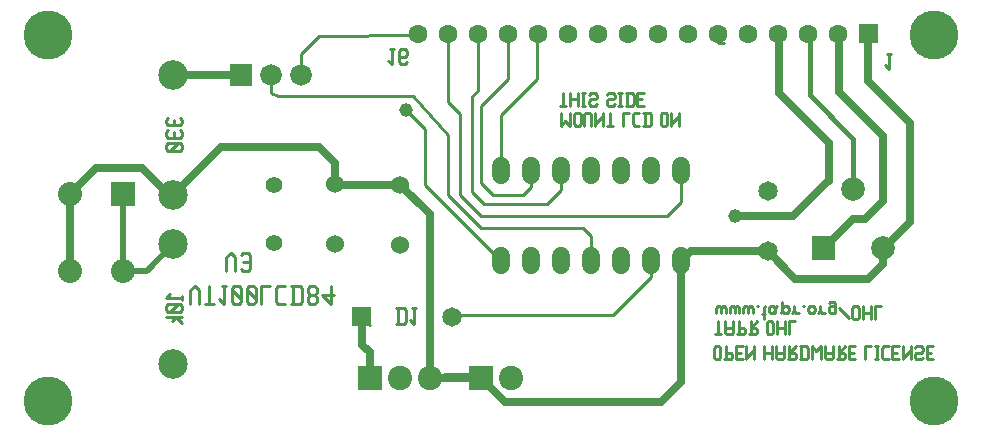
<source format=gbr>
G04 start of page 3 for group 1 idx 1 *
G04 Title: vt100lcd84, solder *
G04 Creator: pcb 20091103 *
G04 CreationDate: Tue 01 May 2012 10:21:43 PM GMT UTC *
G04 For: ecomer *
G04 Format: Gerber/RS-274X *
G04 PCB-Dimensions: 334646 161417 *
G04 PCB-Coordinate-Origin: lower left *
%MOIN*%
%FSLAX25Y25*%
%LNBACK*%
%ADD11C,0.0250*%
%ADD12C,0.0100*%
%ADD13C,0.0150*%
%ADD14C,0.0200*%
%ADD15C,0.0810*%
%ADD16C,0.0600*%
%ADD17C,0.0550*%
%ADD18C,0.1630*%
%ADD19C,0.0800*%
%ADD20C,0.0984*%
%ADD21C,0.0630*%
%ADD22C,0.0720*%
%ADD23C,0.0650*%
%ADD24C,0.0787*%
%ADD25C,0.0460*%
%ADD28C,0.0350*%
%ADD29C,0.0290*%
%ADD30C,0.0960*%
%ADD31C,0.0394*%
%ADD32C,0.0420*%
%ADD33C,0.0417*%
G54D11*X298000Y70771D02*X297977D01*
Y65394D01*
X293000Y60417D01*
X297977Y70771D02*X298000D01*
X297977D02*Y70794D01*
X298000Y70771D01*
X293000Y60417D02*X268870D01*
X298000Y70771D02*X298354D01*
X307000Y79417D01*
X292000Y80417D02*X287937D01*
X278291Y70771D01*
X259685Y69602D02*X244000D01*
G54D12*X230787Y96412D02*Y94912D01*
Y86204D02*X226000Y81417D01*
G54D11*X244000Y69602D02*X233977D01*
G54D12*X230787Y94912D02*Y86204D01*
G54D11*X248900Y81517D02*X268200D01*
X268870Y60417D02*X259685Y69602D01*
X259870Y89417D02*X259685Y89602D01*
X298110Y108110D02*X283386Y122834D01*
X307165Y112441D02*X293228Y126378D01*
G54D13*X288134Y107220D02*X273622Y121732D01*
G54D11*X298110Y86378D02*Y108110D01*
X298000Y86417D02*X292000Y80417D01*
G54D13*X288134Y90457D02*Y107220D01*
G54D11*X307165Y79448D02*Y112441D01*
X268200Y81517D02*X280000Y93317D01*
X280200Y93217D02*Y105717D01*
X263400Y122517D01*
X283386Y122834D02*Y141732D01*
G54D13*X273622Y121732D02*Y141969D01*
G54D11*X283110Y142126D02*Y140811D01*
X282645D01*
X292645Y141811D02*X293645Y142811D01*
X293110Y142126D02*Y142811D01*
X293645D01*
X293228Y141969D02*X293150Y142047D01*
G54D12*X272645Y139811D02*X273645Y140811D01*
X273622Y141969D02*X273150Y142441D01*
X273110Y142126D02*Y140811D01*
X273645D01*
X273300Y141936D02*X273110Y142126D01*
G54D11*X293228Y126378D02*Y141969D01*
X263400Y141836D02*X263110Y142126D01*
X263400Y122517D02*Y141836D01*
G54D12*X243110Y138978D02*Y138977D01*
Y138978D02*Y138977D01*
Y142126D02*Y138978D01*
Y142126D02*Y138978D01*
Y142126D02*Y138978D01*
Y142126D02*Y138978D01*
X244933D02*X243110D01*
X244933D01*
G54D11*X253110Y142126D02*Y140811D01*
X253645D01*
G54D14*X44692Y63032D02*X52615D01*
X61500Y71917D01*
X44692Y88622D02*Y63032D01*
G54D11*X61500Y88417D02*X60000D01*
X26976Y88622D02*Y63032D01*
X115478Y98939D02*X110000Y104417D01*
X77500D01*
X61500Y88417D01*
X60000D02*X51000Y97417D01*
X35771D01*
X26976Y88622D01*
G54D12*X153000Y108417D02*X141400Y121317D01*
X145300Y107917D02*Y108017D01*
Y110517D01*
Y107917D02*Y108017D01*
X153110Y119307D02*X157000Y115417D01*
X145300Y91717D02*Y107917D01*
X163110Y123327D02*X161000Y121217D01*
X141400Y121317D02*X96400D01*
X94000Y122417D01*
Y128417D01*
G54D11*X61500D02*X84000D01*
X164500Y27917D02*X147500Y27417D01*
X164000D02*X147500D01*
X164000D02*Y27917D01*
X164500D01*
X124500Y47637D02*X124280Y47857D01*
G54D12*X127000Y45137D02*X124280Y47857D01*
G54D11*X147000Y27417D02*Y27917D01*
X147500Y27417D01*
X147000D01*
Y27917D01*
X124500Y38517D02*Y47637D01*
X127000Y36017D02*X124500Y38517D01*
X127000Y27417D02*Y36017D01*
X233977Y69602D02*X230787Y66412D01*
Y64912D01*
G54D12*X220787Y66412D02*Y64912D01*
Y61204D02*X208000Y48417D01*
X220787Y64912D02*Y61204D01*
G54D11*X230787Y26204D02*X224000Y19417D01*
X172000D01*
X164000Y27417D01*
G54D12*X208000Y48417D02*X154840D01*
X154280Y47857D01*
G54D11*X147000Y27917D02*Y81968D01*
G54D12*X170787Y66412D02*X145300Y91717D01*
X170787Y66412D02*X170605Y64912D01*
X170787D01*
X226000Y81417D02*X164000D01*
X200787Y66412D02*Y67912D01*
Y74630D02*X198000Y77417D01*
X164000D01*
X200787Y67912D02*Y74630D01*
G54D11*X230787Y64912D02*Y26204D01*
X115766Y91838D02*X115478Y92126D01*
Y98939D01*
X147000Y81968D02*X137130Y91838D01*
X115766D01*
G54D12*X164000Y77417D02*X153000Y88417D01*
X104000Y128417D02*Y135417D01*
X110000Y141417D01*
X143110Y141811D01*
X145300Y110517D02*X139000Y116817D01*
X143110Y142126D02*Y141811D01*
X190787Y96412D02*Y94912D01*
Y90204D02*X186000Y85417D01*
X180787Y94912D02*Y91204D01*
X190787Y94912D02*Y90204D01*
X180787Y96412D02*Y94912D01*
X186000Y85417D02*X165000D01*
X161000Y89417D01*
X178000Y88417D02*X168000D01*
X180787Y91204D02*X178000Y88417D01*
X168000D02*X164000Y92417D01*
X170787Y96412D02*Y97912D01*
X164000Y81417D02*X157000Y88417D01*
Y115417D01*
X161000Y89417D02*Y121417D01*
X153000Y88417D02*Y108417D01*
X164000Y92417D02*Y118117D01*
X182600Y141616D02*X183110Y142126D01*
X183645Y140811D02*X182645Y141811D01*
X183110Y142126D02*Y141811D01*
X182645D01*
X173110Y142126D02*Y141811D01*
X164000Y118117D02*X173100Y127217D01*
Y142116D01*
X173110Y142126D01*
X170787Y96412D02*Y115204D01*
X173110Y141811D02*X173645D01*
X170787Y115204D02*X182600Y127017D01*
Y141616D01*
X163110Y142126D02*Y123327D01*
Y142126D02*Y141811D01*
X163645D01*
X153110Y142126D02*Y141811D01*
X153645D01*
X153110Y142126D02*Y119307D01*
X59765Y114217D02*X59110Y113562D01*
Y112252D02*Y113562D01*
Y112252D02*X59765Y111597D01*
X63695D01*
X64350Y112252D02*X63695Y111597D01*
X64350Y112252D02*Y113562D01*
X63695Y114217D02*X64350Y113562D01*
X61730Y111597D02*Y113562D01*
X59765Y110024D02*X59110Y109369D01*
Y108059D02*Y109369D01*
Y108059D02*X59765Y107404D01*
X63695D01*
X64350Y108059D02*X63695Y107404D01*
X64350Y108059D02*Y109369D01*
X63695Y110024D02*X64350Y109369D01*
X61730Y107404D02*Y109369D01*
X63695Y105831D02*X64350Y105176D01*
X59765Y105831D02*X63695D01*
X59765D02*X59110Y105176D01*
Y103866D02*Y105176D01*
Y103866D02*X59765Y103211D01*
X63695D01*
X64350Y103866D02*X63695Y103211D01*
X64350Y103866D02*Y105176D01*
X63040Y105831D02*X60420Y103211D01*
X64350Y53552D02*Y54862D01*
X59110Y54207D02*X64350D01*
X60420Y55517D02*X59110Y54207D01*
X63695Y51979D02*X64350Y51324D01*
X59765Y51979D02*X63695D01*
X59765D02*X59110Y51324D01*
Y50014D02*Y51324D01*
Y50014D02*X59765Y49359D01*
X63695D01*
X64350Y50014D02*X63695Y49359D01*
X64350Y50014D02*Y51324D01*
X63040Y51979D02*X60420Y49359D01*
X59110Y47786D02*X64350D01*
X62385D02*X64350Y45821D01*
X62385Y47786D02*X61075Y46476D01*
X136355Y45427D02*Y50667D01*
X138320Y45427D02*X138975Y46082D01*
Y50012D01*
X138320Y50667D02*X138975Y50012D01*
X135700Y50667D02*X138320D01*
X135700Y45427D02*X138320D01*
X141203Y50667D02*X142513D01*
X141858Y45427D02*Y50667D01*
X140548Y46737D02*X141858Y45427D01*
X67087Y52080D02*Y56670D01*
X68617Y58200D01*
X70147Y56670D01*
Y52080D02*Y56670D01*
X71984Y52080D02*X75044D01*
X73514D02*Y58200D01*
X77647D02*X79177D01*
X78412Y52080D02*Y58200D01*
X76882Y53610D02*X78412Y52080D01*
X81014Y57435D02*X81779Y58200D01*
X81014Y52845D02*Y57435D01*
Y52845D02*X81779Y52080D01*
X83309D01*
X84074Y52845D01*
Y57435D01*
X83309Y58200D02*X84074Y57435D01*
X81779Y58200D02*X83309D01*
X81014Y56670D02*X84074Y53610D01*
X85912Y57435D02*X86677Y58200D01*
X85912Y52845D02*Y57435D01*
Y52845D02*X86677Y52080D01*
X88207D01*
X88972Y52845D01*
Y57435D01*
X88207Y58200D02*X88972Y57435D01*
X86677Y58200D02*X88207D01*
X85912Y56670D02*X88972Y53610D01*
X90809Y52080D02*Y58200D01*
X93869D01*
X96472D02*X98767D01*
X95707Y57435D02*X96472Y58200D01*
X95707Y52845D02*Y57435D01*
Y52845D02*X96472Y52080D01*
X98767D01*
X101369D02*Y58200D01*
X103664Y52080D02*X104429Y52845D01*
Y57435D01*
X103664Y58200D02*X104429Y57435D01*
X100604Y58200D02*X103664D01*
X100604Y52080D02*X103664D01*
X106267Y57435D02*X107032Y58200D01*
X106267Y55905D02*Y57435D01*
Y55905D02*X107032Y55140D01*
X108562D01*
X109327Y55905D01*
Y57435D01*
X108562Y58200D02*X109327Y57435D01*
X107032Y58200D02*X108562D01*
X106267Y54375D02*X107032Y55140D01*
X106267Y52845D02*Y54375D01*
Y52845D02*X107032Y52080D01*
X108562D01*
X109327Y52845D01*
Y54375D01*
X108562Y55140D02*X109327Y54375D01*
X111164Y55140D02*X114224Y52080D01*
X111164Y55140D02*X114989D01*
X114224Y52080D02*Y58200D01*
X79056Y63105D02*Y67695D01*
X80586Y69225D01*
X82116Y67695D01*
Y63105D02*Y67695D01*
X83953Y63870D02*X84718Y63105D01*
X86248D01*
X87013Y63870D01*
Y68460D01*
X86248Y69225D02*X87013Y68460D01*
X84718Y69225D02*X86248D01*
X83953Y68460D02*X84718Y69225D01*
Y66165D02*X87013D01*
X133755Y137167D02*X135065D01*
X134410Y131927D02*Y137167D01*
X133100Y133237D02*X134410Y131927D01*
X138603D02*X139258Y132582D01*
X137293Y131927D02*X138603D01*
X136638Y132582D02*X137293Y131927D01*
X136638Y132582D02*Y136512D01*
X137293Y137167D01*
X138603Y134547D02*X139258Y135202D01*
X136638Y134547D02*X138603D01*
X137293Y137167D02*X138603D01*
X139258Y136512D01*
Y135202D02*Y136512D01*
X299555Y135567D02*X300865D01*
X300210Y130327D02*Y135567D01*
X298900Y131637D02*X300210Y130327D01*
X190630Y111542D02*Y115822D01*
Y111542D02*X192235Y113147D01*
X193840Y111542D01*
Y115822D01*
X195125Y112077D02*Y115287D01*
Y112077D02*X195660Y111542D01*
X196730D01*
X197265Y112077D01*
Y115287D01*
X196730Y115822D02*X197265Y115287D01*
X195660Y115822D02*X196730D01*
X195125Y115287D02*X195660Y115822D01*
X198550Y111542D02*Y115287D01*
X199085Y115822D01*
X200155D01*
X200690Y115287D01*
Y111542D02*Y115287D01*
X201975Y111542D02*Y115822D01*
Y111542D02*Y112077D01*
X204650Y114752D01*
Y111542D02*Y115822D01*
X205935Y111542D02*X208075D01*
X207005D02*Y115822D01*
X211286Y111542D02*Y115822D01*
X213426D01*
X215246D02*X216851D01*
X214711Y115287D02*X215246Y115822D01*
X214711Y112077D02*Y115287D01*
Y112077D02*X215246Y111542D01*
X216851D01*
X218671D02*Y115822D01*
X220276Y111542D02*X220811Y112077D01*
Y115287D01*
X220276Y115822D02*X220811Y115287D01*
X218136Y115822D02*X220276D01*
X218136Y111542D02*X220276D01*
X224022Y112077D02*Y115287D01*
Y112077D02*X224557Y111542D01*
X225627D01*
X226162Y112077D01*
Y115287D01*
X225627Y115822D02*X226162Y115287D01*
X224557Y115822D02*X225627D01*
X224022Y115287D02*X224557Y115822D01*
X227447Y111542D02*Y115822D01*
Y111542D02*Y112077D01*
X230122Y114752D01*
Y111542D02*Y115822D01*
X190314Y118155D02*X192454D01*
X191384D02*Y122435D01*
X193739Y118155D02*Y122435D01*
X196414Y118155D02*Y122435D01*
X193739Y120295D02*X196414D01*
X197699Y118155D02*X198769D01*
X198234D02*Y122435D01*
X197699D02*X198769D01*
X202194Y118155D02*X202729Y118690D01*
X200589Y118155D02*X202194D01*
X200054Y118690D02*X200589Y118155D01*
X200054Y118690D02*Y119760D01*
X200589Y120295D01*
X202194D01*
X202729Y120830D01*
Y121900D01*
X202194Y122435D02*X202729Y121900D01*
X200589Y122435D02*X202194D01*
X200054Y121900D02*X200589Y122435D01*
X208080Y118155D02*X208615Y118690D01*
X206475Y118155D02*X208080D01*
X205940Y118690D02*X206475Y118155D01*
X205940Y118690D02*Y119760D01*
X206475Y120295D01*
X208080D01*
X208615Y120830D01*
Y121900D01*
X208080Y122435D02*X208615Y121900D01*
X206475Y122435D02*X208080D01*
X205940Y121900D02*X206475Y122435D01*
X209900Y118155D02*X210970D01*
X210435D02*Y122435D01*
X209900D02*X210970D01*
X212790Y118155D02*Y122435D01*
X214395Y118155D02*X214930Y118690D01*
Y121900D01*
X214395Y122435D02*X214930Y121900D01*
X212255Y122435D02*X214395D01*
X212255Y118155D02*X214395D01*
X216215Y120295D02*X217820D01*
X216215Y122435D02*X218355D01*
X216215Y118155D02*Y122435D01*
Y118155D02*X218355D01*
X242047Y42014D02*X244187D01*
X243117D02*Y46294D01*
X245472Y42549D02*Y46294D01*
Y42549D02*X246007Y42014D01*
X247612D01*
X248147Y42549D01*
Y46294D01*
X245472Y44154D02*X248147D01*
X249967Y42014D02*Y46294D01*
X249432Y42014D02*X251572D01*
X252107Y42549D01*
Y43619D01*
X251572Y44154D02*X252107Y43619D01*
X249967Y44154D02*X251572D01*
X253392Y42014D02*X255532D01*
X256067Y42549D01*
Y43619D01*
X255532Y44154D02*X256067Y43619D01*
X253927Y44154D02*X255532D01*
X253927Y42014D02*Y46294D01*
Y44154D02*X256067Y46294D01*
X259278Y42549D02*Y45759D01*
Y42549D02*X259813Y42014D01*
X260883D01*
X261418Y42549D01*
Y45759D01*
X260883Y46294D02*X261418Y45759D01*
X259813Y46294D02*X260883D01*
X259278Y45759D02*X259813Y46294D01*
X262703Y42014D02*Y46294D01*
X265378Y42014D02*Y46294D01*
X262703Y44154D02*X265378D01*
X266663Y42014D02*Y46294D01*
X268803D01*
X242518Y49116D02*Y50721D01*
X243053Y51256D01*
X243588D01*
X244123Y50721D01*
Y49116D02*Y50721D01*
X244658Y51256D01*
X245193D01*
X245728Y50721D01*
Y49116D02*Y50721D01*
X247013Y49116D02*Y50721D01*
X247548Y51256D01*
X248083D01*
X248618Y50721D01*
Y49116D02*Y50721D01*
X249153Y51256D01*
X249688D01*
X250223Y50721D01*
Y49116D02*Y50721D01*
X251508Y49116D02*Y50721D01*
X252043Y51256D01*
X252578D01*
X253113Y50721D01*
Y49116D02*Y50721D01*
X253648Y51256D01*
X254183D01*
X254718Y50721D01*
Y49116D02*Y50721D01*
X256003Y51256D02*X256538D01*
X258358Y46976D02*Y50721D01*
X258893Y51256D01*
X257823Y48581D02*X258893D01*
X261569Y49116D02*X262104Y49651D01*
X260499Y49116D02*X261569D01*
X259964Y49651D02*X260499Y49116D01*
X259964Y49651D02*Y50721D01*
X260499Y51256D01*
X262104Y49116D02*Y50721D01*
X262639Y51256D01*
X260499D02*X261569D01*
X262104Y50721D01*
X264459Y49651D02*Y52861D01*
X263924Y49116D02*X264459Y49651D01*
X264994Y49116D01*
X266064D01*
X266599Y49651D01*
Y50721D01*
X266064Y51256D02*X266599Y50721D01*
X264994Y51256D02*X266064D01*
X264459Y50721D02*X264994Y51256D01*
X268419Y49651D02*Y51256D01*
Y49651D02*X268954Y49116D01*
X270024D01*
X267884D02*X268419Y49651D01*
X271309Y51256D02*X271844D01*
X273129Y49651D02*Y50721D01*
Y49651D02*X273664Y49116D01*
X274734D01*
X275269Y49651D01*
Y50721D01*
X274734Y51256D02*X275269Y50721D01*
X273664Y51256D02*X274734D01*
X273129Y50721D02*X273664Y51256D01*
X277089Y49651D02*Y51256D01*
Y49651D02*X277624Y49116D01*
X278694D01*
X276554D02*X277089Y49651D01*
X281584Y49116D02*X282119Y49651D01*
X280514Y49116D02*X281584D01*
X279979Y49651D02*X280514Y49116D01*
X279979Y49651D02*Y50721D01*
X280514Y51256D01*
X281584D01*
X282119Y50721D01*
X279979Y52326D02*X280514Y52861D01*
X281584D01*
X282119Y52326D01*
Y49116D02*Y52326D01*
X283404Y50721D02*X286614Y47511D01*
X287899D02*Y50721D01*
Y47511D02*X288434Y46976D01*
X289504D01*
X290039Y47511D01*
Y50721D01*
X289504Y51256D02*X290039Y50721D01*
X288434Y51256D02*X289504D01*
X287899Y50721D02*X288434Y51256D01*
X291324Y46976D02*Y51256D01*
X293999Y46976D02*Y51256D01*
X291324Y49116D02*X293999D01*
X295285Y46976D02*Y51256D01*
X297425D01*
X241732Y34203D02*Y37413D01*
Y34203D02*X242267Y33668D01*
X243337D01*
X243872Y34203D01*
Y37413D01*
X243337Y37948D02*X243872Y37413D01*
X242267Y37948D02*X243337D01*
X241732Y37413D02*X242267Y37948D01*
X245692Y33668D02*Y37948D01*
X245157Y33668D02*X247297D01*
X247832Y34203D01*
Y35273D01*
X247297Y35808D02*X247832Y35273D01*
X245692Y35808D02*X247297D01*
X249117D02*X250722D01*
X249117Y37948D02*X251257D01*
X249117Y33668D02*Y37948D01*
Y33668D02*X251257D01*
X252542D02*Y37948D01*
Y33668D02*Y34203D01*
X255217Y36878D01*
Y33668D02*Y37948D01*
X258428Y33668D02*Y37948D01*
X261103Y33668D02*Y37948D01*
X258428Y35808D02*X261103D01*
X262388Y34203D02*Y37948D01*
Y34203D02*X262923Y33668D01*
X264528D01*
X265063Y34203D01*
Y37948D01*
X262388Y35808D02*X265063D01*
X266348Y33668D02*X268488D01*
X269023Y34203D01*
Y35273D01*
X268488Y35808D02*X269023Y35273D01*
X266883Y35808D02*X268488D01*
X266883Y33668D02*Y37948D01*
Y35808D02*X269023Y37948D01*
X270843Y33668D02*Y37948D01*
X272448Y33668D02*X272983Y34203D01*
Y37413D01*
X272448Y37948D02*X272983Y37413D01*
X270308Y37948D02*X272448D01*
X270308Y33668D02*X272448D01*
X274268D02*Y37948D01*
X275873Y36343D01*
X277478Y37948D01*
Y33668D02*Y37948D01*
X278763Y34203D02*Y37948D01*
Y34203D02*X279298Y33668D01*
X280903D01*
X281438Y34203D01*
Y37948D01*
X278763Y35808D02*X281438D01*
X282723Y33668D02*X284863D01*
X285398Y34203D01*
Y35273D01*
X284863Y35808D02*X285398Y35273D01*
X283258Y35808D02*X284863D01*
X283258Y33668D02*Y37948D01*
Y35808D02*X285398Y37948D01*
X286683Y35808D02*X288288D01*
X286683Y37948D02*X288823D01*
X286683Y33668D02*Y37948D01*
Y33668D02*X288823D01*
X292034D02*Y37948D01*
X294174D01*
X295459Y33668D02*X296529D01*
X295994D02*Y37948D01*
X295459D02*X296529D01*
X298349D02*X299954D01*
X297814Y37413D02*X298349Y37948D01*
X297814Y34203D02*Y37413D01*
Y34203D02*X298349Y33668D01*
X299954D01*
X301240Y35808D02*X302845D01*
X301240Y37948D02*X303380D01*
X301240Y33668D02*Y37948D01*
Y33668D02*X303380D01*
X304665D02*Y37948D01*
Y33668D02*Y34203D01*
X307340Y36878D01*
Y33668D02*Y37948D01*
X310765Y33668D02*X311300Y34203D01*
X309160Y33668D02*X310765D01*
X308625Y34203D02*X309160Y33668D01*
X308625Y34203D02*Y35273D01*
X309160Y35808D01*
X310765D01*
X311300Y36343D01*
Y37413D01*
X310765Y37948D02*X311300Y37413D01*
X309160Y37948D02*X310765D01*
X308625Y37413D02*X309160Y37948D01*
X312585Y35808D02*X314190D01*
X312585Y37948D02*X314725D01*
X312585Y33668D02*Y37948D01*
Y33668D02*X314725D01*
G54D14*G36*
X121030Y51107D02*Y44607D01*
X127530D01*
Y51107D01*
X121030D01*
G37*
G36*
X122950Y31467D02*Y23367D01*
X131050D01*
Y31467D01*
X122950D01*
G37*
G54D15*X137000Y27417D03*
G54D16*X137130Y91838D03*
Y71838D03*
X115478Y92126D03*
Y72126D03*
G54D17*X95083Y72571D03*
Y91783D03*
G54D18*X19685Y19685D03*
G54D14*G36*
X40692Y92622D02*Y84622D01*
X48692D01*
Y92622D01*
X40692D01*
G37*
G54D19*X44692Y63032D03*
X26976Y88622D03*
Y63032D03*
G54D18*X19685Y141732D03*
G54D20*X61500Y71917D03*
Y31917D03*
Y128417D03*
Y88417D03*
G54D18*X314961Y19685D03*
G54D21*X143110Y142126D03*
X153110D03*
X163110D03*
X173110D03*
X183110D03*
X193110D03*
X203110D03*
X213110D03*
X223110D03*
X233110D03*
X243110D03*
X253110D03*
X263110D03*
X273110D03*
X283110D03*
G54D14*G36*
X289961Y145275D02*Y138976D01*
X296260D01*
Y145275D01*
X289961D01*
G37*
G54D18*X314961Y141732D03*
G54D22*X94000Y128417D03*
X104000D03*
G54D14*G36*
X80400Y132017D02*Y124817D01*
X87600D01*
Y132017D01*
X80400D01*
G37*
G54D23*X259685Y89602D03*
G54D16*X230787Y96412D03*
G54D24*X288134Y90457D03*
G54D23*X259685Y69602D03*
G54D14*G36*
X274354Y74708D02*Y66834D01*
X282228D01*
Y74708D01*
X274354D01*
G37*
G54D24*X297977Y70771D03*
G54D16*X220787Y96412D03*
X210787D03*
X200787D03*
X190787D03*
X180787D03*
X170787D03*
Y66412D03*
X180787D03*
X190787D03*
X200787D03*
X210787D03*
X220787D03*
X230787D03*
G54D23*X154280Y47857D03*
G54D15*X147000Y27417D03*
G54D14*G36*
X159950Y31467D02*Y23367D01*
X168050D01*
Y31467D01*
X159950D01*
G37*
G54D15*X174000Y27417D03*
G54D25*X248900Y81517D03*
X139000Y116817D03*
G54D16*X220787Y97912D02*Y94912D01*
X230787Y97912D02*Y94912D01*
X210787Y97912D02*Y94912D01*
X200787Y97912D02*Y94912D01*
X190787Y97912D02*Y94912D01*
X180787Y97912D02*Y94912D01*
X170787Y97912D02*Y94912D01*
Y67912D02*Y64912D01*
X180787Y67912D02*Y64912D01*
X190787Y67912D02*Y64912D01*
X200787Y67912D02*Y64912D01*
X210787Y67912D02*Y64912D01*
X220787Y67912D02*Y64912D01*
X230787Y67912D02*Y64912D01*
G54D28*G54D25*G54D28*G54D29*G54D30*G54D25*G54D30*G54D31*G54D30*G54D31*G54D30*G54D32*G54D28*G54D33*G54D28*G54D33*G54D28*G54D25*G54D14*M02*

</source>
